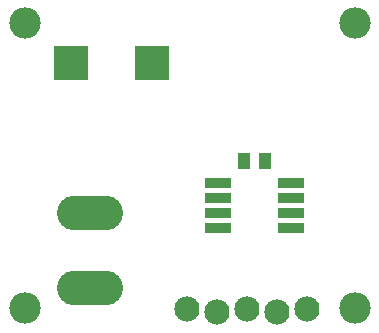
<source format=gts>
%FSLAX23Y23*%
%MOIN*%
G04 EasyPC Gerber Version 15.0.4 Build 3016 *
%ADD76R,0.04150X0.05724*%
%ADD72R,0.11500X0.11500*%
%ADD74C,0.08400*%
%ADD73O,0.22000X0.11500*%
%ADD75R,0.09000X0.03600*%
%ADD29C,0.10461*%
X0Y0D02*
D02*
D29*
X101Y100D03*
Y1050D03*
X1201Y100D03*
Y1050D03*
D02*
D72*
X255Y916D03*
X525D03*
D02*
D73*
X317Y166D03*
Y416D03*
D02*
D74*
X642Y96D03*
X742Y86D03*
X842Y96D03*
X942Y86D03*
X1042Y96D03*
D02*
D75*
X746Y366D03*
Y416D03*
Y466D03*
Y516D03*
X988Y366D03*
Y416D03*
Y466D03*
Y516D03*
D02*
D76*
X832Y591D03*
X902D03*
X0Y0D02*
M02*

</source>
